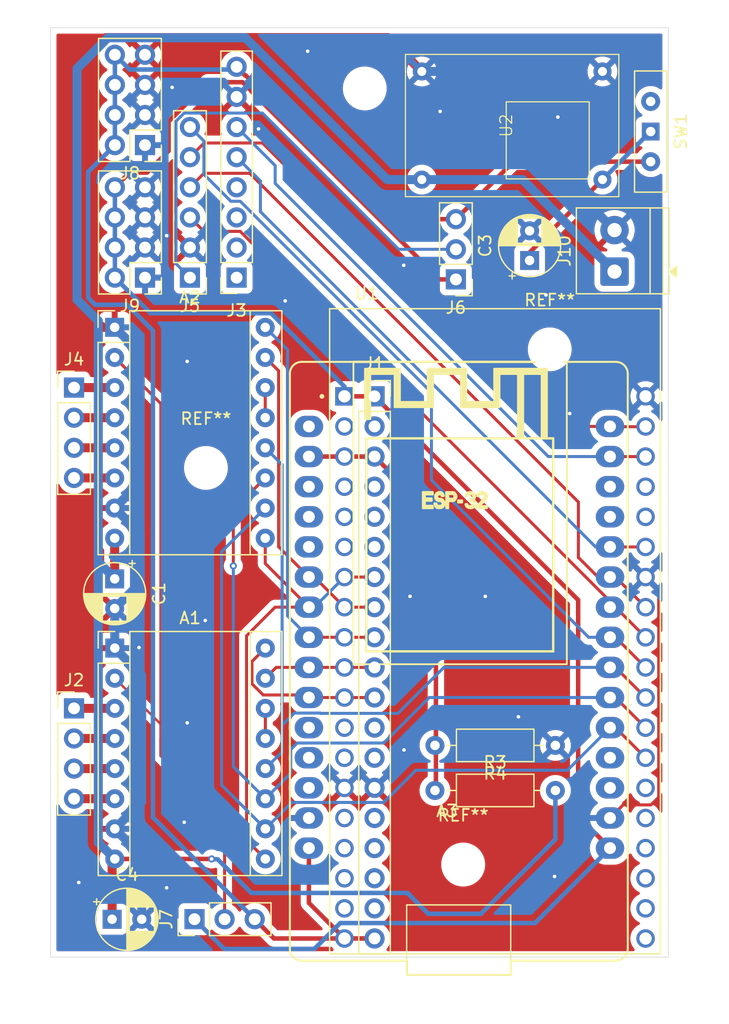
<source format=kicad_pcb>
(kicad_pcb (version 20241229) (generator "pcbnew") (generator_version "9.0")
  (layers (0 "F.Cu" signal) (2 "B.Cu" signal) (13 "F.Paste" user) (15 "B.Paste" user) (5 "F.SilkS" user "F.Silkscreen") (7 "B.SilkS" user "B.Silkscreen") (1 "F.Mask" user) (3 "B.Mask" user) (25 "Edge.Cuts" user))
  (net 0 "")
  (net 1 "MS2")
  (net 2 "Driver_Power")
  (net 3 "EN")
  (net 4 "GND")
  (net 5 "Net-(A1-~{RESET})")
  (net 6 "DIR2")
  (net 7 "Net-(A1-1B)")
  (net 8 "VCC")
  (net 9 "MS1")
  (net 10 "Net-(A1-1A)")
  (net 11 "MS3")
  (net 12 "Net-(A1-2B)")
  (net 13 "STEP2")
  (net 14 "Net-(A1-2A)")
  (net 15 "Net-(A2-~{RESET})")
  (net 16 "Net-(A2-2A)")
  (net 17 "Net-(A2-1A)")
  (net 18 "STEP1")
  (net 19 "DIR1")
  (net 20 "Net-(A2-2B)")
  (net 21 "Net-(A2-1B)")
  (net 23 "SCL")
  (net 24 "V_Sensor")
  (net 28 "+5V")
  (net 34 "SDA")
  (net 37 "+3.3V")
  (net 42 "CS")
  (net 43 "Net-(J5-Pad1)")
  (net 44 "SCK")
  (net 45 "MISO")
  (net 46 "MOSI")
  (net 47 "Net-(SW1-B)")
  (footprint "MountingHole:MountingHole_3.2mm_M3" (layer "F.Cu") (at 132.5 126.25)
    (property "Reference" "REF**")
    (property "Value" "MountingHole_3.2mm_M3")
  )
  (footprint "Resistor_THT:R_Axial_DIN0207_L6.3mm_D2.5mm_P10.16mm_Horizontal" (layer "F.Cu") (at 130.12 120)
    (property "Reference" "R3")
    (property "Value" "10k")
  )
  (footprint "Connector_PinHeader_2.54mm:PinHeader_2x04_P2.54mm_Vertical" (layer "F.Cu") (at 105.661142 76.754038 180)
    (property "Reference" "J9")
    (property "Value" "PINHD_2x4_Male")
  )
  (footprint "Button_Switch_THT:SW_Slide-03_Wuerth-WS-SLTV_10x2.5x6.4_P2.54mm" (layer "F.Cu") (at 148.315142 64.435038 -90)
    (property "Reference" "SW1")
    (property "Value" "SW_Wuerth_450301014042")
  )
  (footprint "TerminalBlock_Phoenix:TerminalBlock_Phoenix_PT-1,5-2-3.5-H_1x02_P3.50mm_Horizontal" (layer "F.Cu") (at 145.267142 76.246038 90)
    (property "Reference" "J10")
    (property "Value" "Screw_Terminal_2_P3.50mm")
  )
  (footprint "" (layer "F.Cu") (at 124.2 60.8)
    (property "Reference" "")
    (property "Value" "")
  )
  (footprint "Connector_PinHeader_2.54mm:PinHeader_1x06_P2.54mm_Vertical" (layer "F.Cu") (at 109.453142 76.754038 180)
    (property "Reference" "J5")
    (property "Value" "PINHD_1x6_Male")
  )
  (footprint "Connector_PinHeader_2.54mm:PinHeader_2x04_P2.54mm_Vertical" (layer "F.Cu") (at 105.661142 65.578038 180)
    (property "Reference" "J8")
    (property "Value" "PINHD_2x4_Male")
  )
  (footprint "Connector_PinSocket_2.54mm:PinSocket_1x19_P2.54mm_Vertical" (layer "F.Cu") (at 125.023342 86.761638)
    (property "Reference" "J1")
    (property "Value" "PINHD_1x19_Female")
  )
  (footprint "Connector_PinHeader_2.54mm:PinHeader_1x03_P2.54mm_Vertical" (layer "F.Cu") (at 131.886142 76.903038 180)
    (property "Reference" "J6")
    (property "Value" "PINHD_1x3_Male")
  )
  (footprint "Library:MODULE_ESP32-DEVKITC-32D" (layer "F.Cu") (at 135.186142 106.524038)
    (property "Reference" "U1")
    (property "Value" "ESP32-DEVKITC-32D")
  )
  (footprint "MountingHole:MountingHole_3.2mm_M3" (layer "F.Cu") (at 110.8 92.8)
    (property "Reference" "REF**")
    (property "Value" "MountingHole_3.2mm_M3")
  )
  (footprint "Connector_PinSocket_2.54mm:PinSocket_1x08_P2.54mm_Vertical" (layer "F.Cu") (at 113.390142 76.754038 180)
    (property "Reference" "J3")
    (property "Value" "PINHD_1x8_Female")
  )
  (footprint "Module:Pololu_Breakout-16_15.2x20.3mm" (layer "F.Cu") (at 103.113142 107.996038)
    (property "Reference" "A1")
    (property "Value" "Pololu_Breakout_A4988")
  )
  (footprint "Connector_PinHeader_2.54mm:PinHeader_1x04_P2.54mm_Vertical" (layer "F.Cu") (at 99.674142 113.076038)
    (property "Reference" "J2")
    (property "Value" "PINHD_1x4_Male")
  )
  (footprint "Module:Pololu_Breakout-16_15.2x20.3mm" (layer "F.Cu") (at 103.103142 80.945038)
    (property "Reference" "A2")
    (property "Value" "Pololu_Breakout_A4988")
  )
  (footprint "PCM_SL_Development_Boards:DOIT_ESP32_DEVKIT_30Pins" (layer "F.Cu") (at 144.886142 124.861638 180)
    (property "Reference" "A3")
    (property "Value" "ESP32_DevKit_V1_DOIT_30GPIOs")
  )
  (footprint "PCM_Capacitor_THT_AKL:CP_Radial_D5.0mm_P2.50mm" (layer "F.Cu") (at 138.104342 75.306238 90)
    (property "Reference" "C3")
    (property "Value" "470u" (hide yes))
  )
  (footprint "PCM_Capacitor_THT_AKL:CP_Radial_D5.0mm_P2.50mm" (layer "F.Cu") (at 103.103142 102.156814 -90)
    (property "Reference" "C1")
    (property "Value" "100u" (hide yes))
  )
  (footprint "PCM_Capacitor_THT_AKL:CP_Radial_D5.0mm_P2.50mm" (layer "F.Cu") (at 102.886142 130.863038)
    (property "Reference" "C4")
    (property "Value" "100u" (hide yes))
  )
  (footprint "Connector_PinHeader_2.54mm:PinHeader_1x03_P2.54mm_Vertical" (layer "F.Cu") (at 109.834142 130.856038 90)
    (property "Reference" "J7")
    (property "Value" "PINHD_1x3_Male")
  )
  (footprint "Library:mini360" (layer "F.Cu") (at 136.631142 63.927038 90)
    (property "Reference" "U2")
    (property "Value" "~")
  )
  (footprint "MountingHole:MountingHole_3.2mm_M3" (layer "F.Cu") (at 139.8 82.8)
    (property "Reference" "REF**")
    (property "Value" "MountingHole_3.2mm_M3")
  )
  (footprint "Connector_PinHeader_2.54mm:PinHeader_1x04_P2.54mm_Vertical" (layer "F.Cu") (at 99.674142 86.025038)
    (property "Reference" "J4")
    (property "Value" "PINHD_1x4_Male" (hide yes))
  )
  (footprint "Resistor_THT:R_Axial_DIN0207_L6.3mm_D2.5mm_P10.16mm_Horizontal" (layer "F.Cu") (at 140.28 116.2 180)
    (property "Reference" "R4")
    (property "Value" "2.4k")
  )
  (gr_rect (start 97.692942 55.675238) (end 149.801042 134.056438) (stroke (width 0.05)) (fill no) (layer "Edge.Cuts"))
  (segment (start 113.110742 96.337438) (end 115.803142 93.645038) (width 0.254) (layer "F.Cu") (net 1))
  (segment (start 147.886142 114.704038) (end 145.369142 112.187038) (width 0.254) (layer "F.Cu") (net 1))
  (segment (start 113.110742 101.061838) (end 113.110742 96.337438) (width 0.254) (layer "F.Cu") (net 1))
  (segment (start 145.369142 112.187038) (end 144.886142 112.187038) (width 0.254) (layer "F.Cu") (net 1))
  (via (at 113.110742 101.061838) (size 0.6) (drill 0.3) (layers "F.Cu" "B.Cu") (net 1))
  (segment (start 117.955542 116.544458) (end 118.5 116) (width 0.254) (layer "B.Cu") (net 1))
  (segment (start 115.813142 120.696038) (end 113.110742 117.993638) (width 0.254) (layer "B.Cu") (net 1))
  (segment (start 113.110742 117.993638) (end 113.110742 101.061838) (width 0.254) (layer "B.Cu") (net 1))
  (segment (start 113.212342 100.960238) (end 113.110742 101.061838) (width 0.254) (layer "B.Cu") (net 1))
  (segment (start 115.813142 120.696038) (end 117.955542 118.553638) (width 0.254) (layer "B.Cu") (net 1))
  (segment (start 129.638362 112.161638) (end 125.8 116) (width 0.254) (layer "B.Cu") (net 1))
  (segment (start 144.886142 112.161638) (end 129.638362 112.161638) (width 0.254) (layer "B.Cu") (net 1))
  (segment (start 118.5 116) (end 125.8 116) (width 0.254) (layer "B.Cu") (net 1))
  (segment (start 117.955542 118.553638) (end 117.955542 116.544458) (width 0.254) (layer "B.Cu") (net 1))
  (segment (start 107 114.2) (end 107 117.074496) (width 0.254) (layer "F.Cu") (net 2))
  (segment (start 107 114.422896) (end 107 115.56998) (width 0.2) (layer "F.Cu") (net 2))
  (segment (start 103.113142 110.536038) (end 107 114.422896) (width 0.2) (layer "F.Cu") (net 2))
  (segment (start 107 115.56998) (end 107 117.074496) (width 0.254) (layer "F.Cu") (net 2))
  (segment (start 103.103142 83.485038) (end 107 87.381896) (width 0.254) (layer "F.Cu") (net 2))
  (segment (start 107 87.381896) (end 107 114.2) (width 0.254) (layer "F.Cu") (net 2))
  (segment (start 107 117.074496) (end 112.374142 122.448638) (width 0.254) (layer "F.Cu") (net 2))
  (segment (start 107 114.2) (end 107 114.422896) (width 0.254) (layer "F.Cu") (net 2))
  (segment (start 112.374142 122.448638) (end 112.374142 130.856038) (width 0.254) (layer "F.Cu") (net 2))
  (segment (start 115.803142 100.858638) (end 115.803142 98.725038) (width 0.254) (layer "F.Cu") (net 3))
  (segment (start 114.230142 124.193038) (end 114.230142 106.952838) (width 0.254) (layer "F.Cu") (net 3))
  (segment (start 125.020942 102.004038) (end 125.023342 102.001638) (width 0.254) (layer "F.Cu") (net 3))
  (segment (start 116.641342 104.541638) (end 119.486142 104.541638) (width 0.254) (layer "F.Cu") (net 3))
  (segment (start 122.486142 102.004038) (end 125.020942 102.004038) (width 0.254) (layer "F.Cu") (net 3))
  (segment (start 119.486142 104.541638) (end 115.803142 100.858638) (width 0.254) (layer "F.Cu") (net 3))
  (segment (start 115.813142 125.776038) (end 114.230142 124.193038) (width 0.254) (layer "F.Cu") (net 3))
  (segment (start 114.230142 106.952838) (end 116.641342 104.541638) (width 0.254) (layer "F.Cu") (net 3))
  (segment (start 119.948542 104.541638) (end 122.486142 102.004038) (width 0.254) (layer "B.Cu") (net 3))
  (segment (start 119.486142 104.541638) (end 119.948542 104.541638) (width 0.254) (layer "B.Cu") (net 3))
  (segment (start 145.991742 121.216038) (end 144.886142 122.321638) (width 0.254) (layer "F.Cu") (net 4))
  (segment (start 147.886142 102.004038) (end 148.994142 103.112038) (width 0.254) (layer "F.Cu") (net 4))
  (segment (start 148.994142 120.566987) (end 148.345091 121.216038) (width 0.254) (layer "F.Cu") (net 4))
  (segment (start 99.978942 78.862238) (end 100.029742 78.811438) (width 0.762) (layer "F.Cu") (net 4))
  (segment (start 100.029742 78.811438) (end 100.029742 58.847038) (width 0.762) (layer "F.Cu") (net 4))
  (segment (start 126.154342 56.510238) (end 129.011142 59.367038) (width 0.762) (layer "F.Cu") (net 4))
  (segment (start 100.029742 58.847038) (end 102.366542 56.510238) (width 0.762) (layer "F.Cu") (net 4))
  (segment (start 102.366542 56.510238) (end 126.154342 56.510238) (width 0.762) (layer "F.Cu") (net 4))
  (segment (start 103.103142 80.945038) (end 102.061742 80.945038) (width 0.762) (layer "F.Cu") (net 4))
  (segment (start 102.061742 80.945038) (end 99.978942 78.862238) (width 0.762) (layer "F.Cu") (net 4))
  (segment (start 148.345091 121.216038) (end 145.991742 121.216038) (width 0.254) (layer "F.Cu") (net 4))
  (segment (start 148.994142 103.112038) (end 148.994142 120.566987) (width 0.254) (layer "F.Cu") (net 4))
  (via (at 140.208 127.254) (size 0.6) (drill 0.3) (layers "F.Cu" "B.Cu") (net 4))
  (via (at 117.486142 78.713038) (size 0.6) (drill 0.3) (layers "F.Cu" "B.Cu") (net 4))
  (via (at 140.486142 63.213038) (size 0.6) (drill 0.3) (layers "F.Cu" "B.Cu") (net 4))
  (via (at 107.486142 73.213038) (size 0.6) (drill 0.3) (layers "F.Cu" "B.Cu") (net 4))
  (via (at 139.486142 78.213038) (size 0.6) (drill 0.3) (layers "F.Cu" "B.Cu") (net 4))
  (via (at 107.95 60.706) (size 0.6) (drill 0.3) (layers "F.Cu" "B.Cu") (net 4))
  (via (at 100.076 127.762) (size 0.6) (drill 0.3) (layers "F.Cu" "B.Cu") (net 4))
  (via (at 110.744 105.664) (size 0.6) (drill 0.3) (layers "F.Cu" "B.Cu") (net 4))
  (via (at 115.236142 64.213038) (size 0.6) (drill 0.3) (layers "F.Cu" "B.Cu") (net 4))
  (via (at 107.486142 128.213038) (size 0.6) (drill 0.3) (layers "F.Cu" "B.Cu") (net 4))
  (via (at 134.366 103.632) (size 0.6) (drill 0.3) (layers "F.Cu" "B.Cu") (net 4))
  (via (at 109.22 83.82) (size 0.6) (drill 0.3) (layers "F.Cu" "B.Cu") (net 4))
  (via (at 105.156 107.95) (size 0.6) (drill 0.3) (layers "F.Cu" "B.Cu") (net 4))
  (via (at 127.508 116.586) (size 0.6) (drill 0.3) (layers "F.Cu" "B.Cu") (net 4))
  (via (at 108.966 122.682) (size 0.6) (drill 0.3) (layers "F.Cu" "B.Cu") (net 4))
  (via (at 130.556 62.738) (size 0.6) (drill 0.3) (layers "F.Cu" "B.Cu") (net 4))
  (via (at 141.486142 88.213038) (size 0.6) (drill 0.3) (layers "F.Cu" "B.Cu") (net 4))
  (via (at 109.22 114.3) (size 0.6) (drill 0.3) (layers "F.Cu" "B.Cu") (net 4))
  (via (at 128.016 103.632) (size 0.6) (drill 0.3) (layers "F.Cu" "B.Cu") (net 4))
  (via (at 127.486142 75.713038) (size 0.6) (drill 0.3) (layers "F.Cu" "B.Cu") (net 4))
  (via (at 137.16 113.792) (size 0.6) (drill 0.3) (layers "F.Cu" "B.Cu") (net 4))
  (via (at 119.38 57.658) (size 0.6) (drill 0.3) (layers "F.Cu" "B.Cu") (net 4))
  (segment (start 105.185942 94.102238) (end 105.185942 83.027838) (width 0.762) (layer "B.Cu") (net 4))
  (segment (start 105.262142 98.344038) (end 103.103142 96.185038) (width 0.762) (layer "B.Cu") (net 4))
  (segment (start 103.113142 104.666814) (end 103.103142 104.656814) (width 0.762) (layer "B.Cu") (net 4))
  (segment (start 105.185942 83.027838) (end 103.103142 80.945038) (width 0.762) (layer "B.Cu") (net 4))
  (segment (start 129.011142 59.367038) (end 131.888142 59.367038) (width 0.762) (layer "B.Cu") (net 4))
  (segment (start 103.103142 104.656814) (end 105.262142 102.497814) (width 0.762) (layer "B.Cu") (net 4))
  (segment (start 103.113142 107.996038) (end 103.113142 104.666814) (width 0.762) (layer "B.Cu") (net 4))
  (segment (start 131.888142 59.367038) (end 145.267142 72.746038) (width 0.762) (layer "B.Cu") (net 4))
  (segment (start 103.103142 96.185038) (end 105.185942 94.102238) (width 0.762) (layer "B.Cu") (net 4))
  (segment (start 105.386142 125.509038) (end 103.113142 123.236038) (width 0.762) (layer "B.Cu") (net 4))
  (segment (start 105.386142 110.269038) (end 103.113142 107.996038) (width 0.762) (layer "B.Cu") (net 4))
  (segment (start 103.113142 123.236038) (end 105.386142 120.963038) (width 0.762) (layer "B.Cu") (net 4))
  (segment (start 105.262142 102.497814) (end 105.262142 98.344038) (width 0.762) (layer "B.Cu") (net 4))
  (segment (start 105.386142 120.963038) (end 105.386142 110.269038) (width 0.762) (layer "B.Cu") (net 4))
  (segment (start 105.386142 130.863038) (end 105.386142 125.509038) (width 0.762) (layer "B.Cu") (net 4))
  (segment (start 115.813142 113.076038) (end 115.813142 115.616038) (width 0.254) (layer "F.Cu") (net 5))
  (segment (start 122.486142 112.164038) (end 119.488542 112.164038) (width 0.254) (layer "F.Cu") (net 6))
  (segment (start 114.685142 111.003271) (end 115.629909 111.948038) (width 0.254) (layer "F.Cu") (net 6))
  (segment (start 119.488542 112.164038) (end 119.486142 112.161638) (width 0.254) (layer "F.Cu") (net 6))
  (segment (start 125.020942 112.164038) (end 125.023342 112.161638) (width 0.254) (layer "F.Cu") (net 6))
  (segment (start 114.685142 109.124038) (end 114.685142 111.003271) (width 0.254) (layer "F.Cu") (net 6))
  (segment (start 115.813142 107.996038) (end 114.685142 109.124038) (width 0.254) (layer "F.Cu") (net 6))
  (segment (start 119.272542 111.948038) (end 119.486142 112.161638) (width 0.254) (layer "F.Cu") (net 6))
  (segment (start 115.629909 111.948038) (end 119.272542 111.948038) (width 0.254) (layer "F.Cu") (net 6))
  (segment (start 122.486142 112.164038) (end 125.020942 112.164038) (width 0.254) (layer "F.Cu") (net 6))
  (segment (start 103.113142 113.076038) (end 99.674142 113.076038) (width 0.762) (layer "F.Cu") (net 7))
  (segment (start 111.281942 125.776038) (end 103.113142 125.776038) (width 0.381) (layer "F.Cu") (net 8))
  (segment (start 102.886142 130.863038) (end 102.886142 126.003038) (width 0.762) (layer "F.Cu") (net 8))
  (segment (start 102.886142 126.003038) (end 103.113142 125.776038) (width 0.762) (layer "F.Cu") (net 8))
  (segment (start 103.103142 102.156814) (end 103.103142 98.725038) (width 0.762) (layer "F.Cu") (net 8))
  (via (at 111.281942 125.776038) (size 0.6) (drill 0.3) (layers "F.Cu" "B.Cu") (net 8))
  (segment (start 129.011142 68.487038) (end 137.508142 68.487038) (width 0.762) (layer "B.Cu") (net 8))
  (segment (start 140.28 120) (end 140.28 124.12) (width 0.381) (layer "B.Cu") (net 8))
  (segment (start 99.928142 78.608518) (end 99.928142 59.125884) (width 0.762) (layer "B.Cu") (net 8))
  (segment (start 101.721142 100.731638) (end 101.721142 80.401518) (width 0.762) (layer "B.Cu") (net 8))
  (segment (start 126.087038 68.487038) (end 129.011142 68.487038) (width 0.762) (layer "B.Cu") (net 8))
  (segment (start 101.721142 103.538814) (end 101.721142 100.731638) (width 0.762) (layer "B.Cu") (net 8))
  (segment (start 103.103142 102.156814) (end 103.103142 102.113638) (width 0.762) (layer "B.Cu") (net 8))
  (segment (start 129.556862 130.4) (end 127.8 128.643138) (width 0.381) (layer "B.Cu") (net 8))
  (segment (start 111.789942 125.801438) (end 111.307342 125.801438) (width 0.381) (layer "B.Cu") (net 8))
  (segment (start 103.113142 125.776038) (end 101.721142 124.384038) (width 0.762) (layer "B.Cu") (net 8))
  (segment (start 103.103142 102.113638) (end 101.721142 100.731638) (width 0.762) (layer "B.Cu") (net 8))
  (segment (start 111.307342 125.801438) (end 111.281942 125.776038) (width 0.381) (layer "B.Cu") (net 8))
  (segment (start 99.928142 59.125884) (end 102.527988 56.526038) (width 0.762) (layer "B.Cu") (net 8))
  (segment (start 137.508142 68.487038) (end 145.267142 76.246038) (width 0.762) (layer "B.Cu") (net 8))
  (segment (start 101.721142 124.384038) (end 101.721142 103.538814) (width 0.762) (layer "B.Cu") (net 8))
  (segment (start 102.527988 56.526038) (end 114.126038 56.526038) (width 0.762) (layer "B.Cu") (net 8))
  (segment (start 134 130.4) (end 129.556862 130.4) (width 0.381) (layer "B.Cu") (net 8))
  (segment (start 114.126038 56.526038) (end 126.087038 68.487038) (width 0.762) (layer "B.Cu") (net 8))
  (segment (start 101.721142 80.401518) (end 99.928142 78.608518) (width 0.762) (layer "B.Cu") (net 8))
  (segment (start 140.28 124.12) (end 134 130.4) (width 0.381) (layer "B.Cu") (net 8))
  (segment (start 127.8 128.643138) (end 114.631642 128.643138) (width 0.381) (layer "B.Cu") (net 8))
  (segment (start 114.631642 128.643138) (end 111.789942 125.801438) (width 0.381) (layer "B.Cu") (net 8))
  (segment (start 145.369142 114.727038) (end 144.886142 114.727038) (width 0.254) (layer "F.Cu") (net 9))
  (segment (start 147.886142 117.244038) (end 145.369142 114.727038) (width 0.254) (layer "F.Cu") (net 9))
  (segment (start 141.29389 118.29389) (end 144.886142 114.701638) (width 0.254) (layer "B.Cu") (net 9))
  (segment (start 115.803142 96.185038) (end 112.120142 99.868038) (width 0.254) (layer "B.Cu") (net 9))
  (segment (start 112.120142 119.543038) (end 115.813142 123.236038) (width 0.254) (layer "B.Cu") (net 9))
  (segment (start 115.813142 123.236038) (end 118.039542 121.009638) (width 0.254) (layer "B.Cu") (net 9))
  (segment (start 118.039542 121.009638) (end 125.8 121.009638) (width 0.254) (layer "B.Cu") (net 9))
  (segment (start 141.29389 118.29389) (end 128.515748 118.29389) (width 0.254) (layer "B.Cu") (net 9))
  (segment (start 112.120142 99.868038) (end 112.120142 119.543038) (width 0.254) (layer "B.Cu") (net 9))
  (segment (start 128.515748 118.29389) (end 125.8 121.009638) (width 0.254) (layer "B.Cu") (net 9))
  (segment (start 99.674142 115.616038) (end 103.113142 115.616038) (width 0.762) (layer "F.Cu") (net 10))
  (segment (start 145.369142 109.647038) (end 144.886142 109.647038) (width 0.254) (layer "F.Cu") (net 11))
  (segment (start 147.886142 112.164038) (end 145.369142 109.647038) (width 0.254) (layer "F.Cu") (net 11))
  (segment (start 115.813142 118.156038) (end 117.227742 116.741438) (width 0.254) (layer "B.Cu") (net 11))
  (segment (start 117.227742 114.5) (end 117.227742 92.529638) (width 0.254) (layer "B.Cu") (net 11))
  (segment (start 117.227742 116.741438) (end 117.227742 114.5) (width 0.254) (layer "B.Cu") (net 11))
  (segment (start 120.46918 113.5) (end 127 113.5) (width 0.254) (layer "B.Cu") (net 11))
  (segment (start 117.227742 92.529638) (end 115.803142 91.105038) (width 0.254) (layer "B.Cu") (net 11))
  (segment (start 118.254104 113.473638) (end 120.442818 113.473638) (width 0.254) (layer "B.Cu") (net 11))
  (segment (start 127 113.5) (end 130.878362 109.621638) (width 0.254) (layer "B.Cu") (net 11))
  (segment (start 130.878362 109.621638) (end 144.886142 109.621638) (width 0.254) (layer "B.Cu") (net 11))
  (segment (start 117.227742 114.5) (end 118.254104 113.473638) (width 0.254) (layer "B.Cu") (net 11))
  (segment (start 120.442818 113.473638) (end 120.46918 113.5) (width 0.254) (layer "B.Cu") (net 11))
  (segment (start 103.113142 120.696038) (end 99.674142 120.696038) (width 0.762) (layer "F.Cu") (net 12))
  (segment (start 122.381742 109.621638) (end 119.486142 109.621638) (width 0.254) (layer "F.Cu") (net 13))
  (segment (start 122.486142 109.624038) (end 125.020942 109.624038) (width 0.254) (layer "F.Cu") (net 13))
  (segment (start 116.727542 109.621638) (end 115.813142 110.536038) (width 0.254) (layer "F.Cu") (net 13))
  (segment (start 122.384142 109.624038) (end 122.381742 109.621638) (width 0.254) (layer "F.Cu") (net 13))
  (segment (start 125.020942 109.624038) (end 125.023342 109.621638) (width 0.254) (layer "F.Cu") (net 13))
  (segment (start 119.486142 109.621638) (end 116.727542 109.621638) (width 0.254) (layer "F.Cu") (net 13))
  (segment (start 122.486142 109.624038) (end 122.384142 109.624038) (width 0.254) (layer "F.Cu") (net 13))
  (segment (start 103.113142 118.156038) (end 99.674142 118.156038) (width 0.762) (layer "F.Cu") (net 14))
  (segment (start 115.803142 88.565038) (end 115.803142 86.025038) (width 0.254) (layer "F.Cu") (net 15))
  (segment (start 103.103142 91.105038) (end 99.674142 91.105038) (width 0.762) (layer "F.Cu") (net 16))
  (segment (start 99.674142 88.565038) (end 103.103142 88.565038) (width 0.762) (layer "F.Cu") (net 17))
  (segment (start 122.486142 104.544038) (end 125.020942 104.544038) (width 0.254) (layer "F.Cu") (net 18))
  (segment (start 119.943742 102.001638) (end 122.486142 104.544038) (width 0.254) (layer "F.Cu") (net 18))
  (segment (start 125.020942 104.544038) (end 125.023342 104.541638) (width 0.254) (layer "F.Cu") (net 18))
  (segment (start 116.931142 99.446638) (end 116.931142 84.613038) (width 0.254) (layer "F.Cu") (net 18))
  (segment (start 119.486142 102.001638) (end 119.943742 102.001638) (width 0.254) (layer "F.Cu") (net 18))
  (segment (start 119.486142 102.001638) (end 116.931142 99.446638) (width 0.254) (layer "F.Cu") (net 18))
  (segment (start 116.931142 84.613038) (end 115.803142 83.485038) (width 0.254) (layer "F.Cu") (net 18))
  (segment (start 119.486142 107.081638) (end 122.483742 107.081638) (width 0.254) (layer "F.Cu") (net 19))
  (segment (start 122.483742 107.081638) (end 122.486142 107.084038) (width 0.254) (layer "F.Cu") (net 19))
  (segment (start 122.486142 107.084038) (end 125.020942 107.084038) (width 0.254) (layer "F.Cu") (net 19))
  (segment (start 125.020942 107.084038) (end 125.023342 107.081638) (width 0.254) (layer "F.Cu") (net 19))
  (segment (start 115.803142 80.945038) (end 117.682742 82.824638) (width 0.254) (layer "B.Cu") (net 19))
  (segment (start 117.682742 82.824638) (end 117.682742 105.278238) (width 0.254) (layer "B.Cu") (net 19))
  (segment (start 117.682742 105.278238) (end 119.486142 107.081638) (width 0.254) (layer "B.Cu") (net 19))
  (segment (start 99.674142 93.645038) (end 103.103142 93.645038) (width 0.762) (layer "F.Cu") (net 20))
  (segment (start 103.103142 86.025038) (end 99.674142 86.025038) (width 0.762) (layer "F.Cu") (net 21))
  (segment (start 147.886142 91.844038) (end 144.909142 91.844038) (width 0.254) (layer "F.Cu") (net 23))
  (segment (start 144.909142 91.844038) (end 144.886142 91.867038) (width 0.254) (layer "F.Cu") (net 23))
  (segment (start 116.641342 67.305238) (end 116.641342 68.803838) (width 0.254) (layer "B.Cu") (net 23))
  (segment (start 113.390142 64.054038) (end 116.641342 67.305238) (width 0.254) (layer "B.Cu") (net 23))
  (segment (start 116.641342 68.803838) (end 139.679142 91.841638) (width 0.254) (layer "B.Cu") (net 23))
  (segment (start 139.679142 91.841638) (end 144.886142 91.841638) (width 0.254) (layer "B.Cu") (net 23))
  (segment (start 122.486142 91.844038) (end 119.488542 91.844038) (width 0.381) (layer "F.Cu") (net 24))
  (segment (start 130.12 120) (end 130.2 119.92) (width 0.381) (layer "F.Cu") (net 24))
  (segment (start 125.020942 91.844038) (end 125.023342 91.841638) (width 0.381) (layer "F.Cu") (net 24))
  (segment (start 119.488542 91.844038) (end 119.486142 91.841638) (width 0.381) (layer "F.Cu") (net 24))
  (segment (start 130.2 119.92) (end 130.2 97.018296) (width 0.381) (layer "F.Cu") (net 24))
  (segment (start 122.488542 91.841638) (end 122.486142 91.844038) (width 0.254) (layer "F.Cu") (net 24))
  (segment (start 122.486142 91.844038) (end 125.020942 91.844038) (width 0.381) (layer "F.Cu") (net 24))
  (segment (start 130.2 97.018296) (end 125.023342 91.841638) (width 0.381) (layer "F.Cu") (net 24))
  (segment (start 115.213642 60.79057) (end 115.213642 60.758719) (width 0.381) (layer "F.Cu") (net 28))
  (segment (start 122.488542 132.481638) (end 122.486142 132.484038) (width 0.381) (layer "F.Cu") (net 28))
  (segment (start 114.090538 59.690538) (end 113.390142 58.990142) (width 0.381) (layer "F.Cu") (net 28))
  (segment (start 115.213642 60.758719) (end 114.145461 59.690538) (width 0.381) (layer "F.Cu") (net 28))
  (segment (start 122.486142 132.484038) (end 116.542142 132.484038) (width 0.381) (layer "F.Cu") (net 28))
  (segment (start 119.486142 129.484038) (end 119.486142 124.887038) (width 0.381) (layer "F.Cu") (net 28))
  (segment (start 122.486142 132.484038) (end 119.486142 129.484038) (width 0.381) (layer "F.Cu") (net 28))
  (segment (start 114.145461 59.690538) (end 114.090538 59.690538) (width 0.381) (layer "F.Cu") (net 28))
  (segment (start 126.24611 71.823038) (end 115.213642 60.79057) (width 0.381) (layer "F.Cu") (net 28))
  (segment (start 116.542142 132.484038) (end 114.914142 130.856038) (width 0.381) (layer "F.Cu") (net 28))
  (segment (start 125.023342 132.481638) (end 122.488542 132.481638) (width 0.381) (layer "F.Cu") (net 28))
  (segment (start 136.734142 66.975038) (end 131.886142 71.823038) (width 0.381) (layer "F.Cu") (net 28))
  (segment (start 113.390142 58.990142) (end 113.390142 58.974038) (width 0.381) (layer "F.Cu") (net 28))
  (segment (start 131.886142 71.823038) (end 126.24611 71.823038) (width 0.381) (layer "F.Cu") (net 28))
  (segment (start 148.315142 66.975038) (end 136.734142 66.975038) (width 0.381) (layer "F.Cu") (net 28))
  (segment (start 100.867942 78.455838) (end 100.867942 67.831238) (width 0.381) (layer "B.Cu") (net 28))
  (segment (start 113.390142 58.974038) (end 113.161542 59.202638) (width 0.381) (layer "B.Cu") (net 28))
  (segment (start 104.365742 59.202638) (end 103.121142 57.958038) (width 0.381) (layer "B.Cu") (net 28))
  (segment (start 104.144542 79.040038) (end 101.452142 79.040038) (width 0.381) (layer "B.Cu") (net 28))
  (segment (start 114.914142 130.856038) (end 106.328942 122.270838) (width 0.381) (layer "B.Cu") (net 28))
  (segment (start 113.161542 59.202638) (end 104.365742 59.202638) (width 0.381) (layer "B.Cu") (net 28))
  (segment (start 101.452142 79.040038) (end 100.867942 78.455838) (width 0.381) (layer "B.Cu") (net 28))
  (segment (start 106.328942 81.224438) (end 104.144542 79.040038) (width 0.381) (layer "B.Cu") (net 28))
  (segment (start 103.121142 65.578038) (end 103.121142 57.958038) (width 0.381) (layer "B.Cu") (net 28))
  (segment (start 100.867942 67.831238) (end 103.121142 65.578038) (width 0.381) (layer "B.Cu") (net 28))
  (segment (start 106.328942 122.270838) (end 106.328942 81.224438) (width 0.381) (layer "B.Cu") (net 28))
  (segment (start 147.886142 99.464038) (end 144.909142 99.464038) (width 0.254) (layer "F.Cu") (net 34))
  (segment (start 144.909142 99.464038) (end 144.886142 99.487038) (width 0.254) (layer "F.Cu") (net 34))
  (segment (start 115.396742 68.600638) (end 115.396742 71.191438) (width 0.254) (layer "B.Cu") (net 34))
  (segment (start 113.390142 66.594038) (end 115.396742 68.600638) (width 0.254) (layer "B.Cu") (net 34))
  (segment (start 143.666942 99.461638) (end 144.886142 99.461638) (width 0.254) (layer "B.Cu") (net 34))
  (segment (start 115.396742 71.191438) (end 143.666942 99.461638) (width 0.254) (layer "B.Cu") (net 34))
  (segment (start 125.020942 86.764038) (end 125.023342 86.761638) (width 0.381) (layer "F.Cu") (net 37))
  (segment (start 114.631642 60.999791) (end 113.904389 60.272538) (width 0.381) (layer "F.Cu") (net 37))
  (segment (start 122.486142 86.764038) (end 125.020942 86.764038) (width 0.381) (layer "F.Cu") (net 37))
  (segment (start 104.362642 67.892538) (end 103.121142 69.134038) (width 0.381) (layer "F.Cu") (net 37))
  (segment (start 113.904389 60.272538) (end 110.966642 60.272538) (width 0.381) (layer "F.Cu") (net 37))
  (segment (start 105.829642 67.892538) (end 104.362642 67.892538) (width 0.381) (layer "F.Cu") (net 37))
  (segment (start 144.886142 124.861638) (end 144.886142 124.836238) (width 0.381) (layer "F.Cu") (net 37))
  (segment (start 131.886142 76.903038) (end 130.503038 76.903038) (width 0.381) (layer "F.Cu") (net 37))
  (segment (start 107.649742 63.589438) (end 107.649742 66.072438) (width 0.381) (layer "F.Cu") (net 37))
  (segment (start 110.966642 60.272538) (end 107.649742 63.589438) (width 0.381) (layer "F.Cu") (net 37))
  (segment (start 142.2 103.938296) (end 142.2 122.175496) (width 0.381) (layer "F.Cu") (net 37))
  (segment (start 114.631642 61.031642) (end 114.631642 60.999791) (width 0.381) (layer "F.Cu") (net 37))
  (segment (start 130.503038 76.903038) (end 114.631642 61.031642) (width 0.381) (layer "F.Cu") (net 37))
  (segment (start 125.023342 86.761638) (end 142.2 103.938296) (width 0.381) (layer "F.Cu") (net 37))
  (segment (start 107.649742 66.072438) (end 105.829642 67.892538) (width 0.381) (layer "F.Cu") (net 37))
  (segment (start 142.2 122.175496) (end 144.886142 124.861638) (width 0.381) (layer "F.Cu") (net 37))
  (segment (start 103.121142 76.754038) (end 106.120642 79.753538) (width 0.381) (layer "B.Cu") (net 37))
  (segment (start 122.486142 85.943002) (end 122.486142 86.764038) (width 0.381) (layer "B.Cu") (net 37))
  (segment (start 116.296678 79.753538) (end 122.486142 85.943002) (width 0.381) (layer "B.Cu") (net 37))
  (segment (start 103.121142 76.754038) (end 103.121142 69.134038) (width 0.381) (layer "B.Cu") (net 37))
  (segment (start 112.343042 133.364938) (end 119.94849 133.364938) (width 0.381) (layer "B.Cu") (net 37))
  (segment (start 106.120642 79.753538) (end 116.296678 79.753538) (width 0.381) (layer "B.Cu") (net 37))
  (segment (start 122.13029 131.183138) (end 138.564642 131.183138) (width 0.381) (layer "B.Cu") (net 37))
  (segment (start 138.564642 131.183138) (end 144.886142 124.861638) (width 0.381) (layer "B.Cu") (net 37))
  (segment (start 109.834142 130.856038) (end 112.343042 133.364938) (width 0.381) (layer "B.Cu") (net 37))
  (segment (start 119.94849 133.364938) (end 122.13029 131.183138) (width 0.381) (layer "B.Cu") (net 37))
  (segment (start 145.369142 107.107038) (end 144.886142 107.107038) (width 0.254) (layer "F.Cu") (net 42))
  (segment (start 147.886142 109.624038) (end 145.369142 107.107038) (width 0.254) (layer "F.Cu") (net 42))
  (segment (start 112.902198 70.312038) (end 110.631142 68.040982) (width 0.254) (layer "B.Cu") (net 42))
  (segment (start 129.823942 86.441894) (end 113.694086 70.312038) (width 0.254) (layer "B.Cu") (net 42))
  (segment (start 129.823942 93.823942) (end 129.823942 86.441894) (width 0.254) (layer "B.Cu") (net 42))
  (segment (start 143.081638 107.081638) (end 129.823942 93.823942) (width 0.254) (layer "B.Cu") (net 42))
  (segment (start 110.631142 65.232038) (end 109.453142 64.054038) (width 0.254) (layer "B.Cu") (net 42))
  (segment (start 144.886142 107.081638) (end 143.081638 107.081638) (width 0.254) (layer "B.Cu") (net 42))
  (segment (start 113.694086 70.312038) (end 112.902198 70.312038) (width 0.254) (layer "B.Cu") (net 42))
  (segment (start 110.631142 68.040982) (end 110.631142 65.232038) (width 0.254) (layer "B.Cu") (net 42))
  (segment (start 108.275142 63.566094) (end 108.965198 62.876038) (width 0.254) (layer "B.Cu") (net 43))
  (segment (start 108.275142 75.576038) (end 108.275142 63.566094) (width 0.254) (layer "B.Cu") (net 43))
  (segment (start 108.965198 62.876038) (end 115.564942 62.876038) (width 0.254) (layer "B.Cu") (net 43))
  (segment (start 109.453142 76.754038) (end 108.275142 75.576038) (width 0.254) (layer "B.Cu") (net 43))
  (segment (start 115.564942 62.876038) (end 127.051942 74.363038) (width 0.254) (layer "B.Cu") (net 43))
  (segment (start 127.051942 74.363038) (end 131.886142 74.363038) (width 0.254) (layer "B.Cu") (net 43))
  (segment (start 147.886142 107.084038) (end 145.369142 104.567038) (width 0.254) (layer "F.Cu") (net 44))
  (segment (start 113.694086 72.852038) (end 144.886142 104.044094) (width 0.254) (layer "F.Cu") (net 44))
  (segment (start 144.886142 104.044094) (end 144.886142 104.541638) (width 0.254) (layer "F.Cu") (net 44))
  (segment (start 109.453142 71.674038) (end 110.631142 72.852038) (width 0.254) (layer "F.Cu") (net 44))
  (segment (start 110.631142 72.852038) (end 113.694086 72.852038) (width 0.254) (layer "F.Cu") (net 44))
  (segment (start 145.369142 104.567038) (end 144.886142 104.567038) (width 0.254) (layer "F.Cu") (net 44))
  (segment (start 145.369142 102.027038) (end 144.886142 102.027038) (width 0.254) (layer "F.Cu") (net 45))
  (segment (start 142.219142 100.376038) (end 142.244542 100.376038) (width 0.254) (layer "F.Cu") (net 45))
  (segment (start 114.498142 67.956038) (end 142.219142 95.677038) (width 0.254) (layer "F.Cu") (net 45))
  (segment (start 142.219142 95.677038) (end 142.219142 100.376038) (width 0.254) (layer "F.Cu") (net 45))
  (segment (start 147.886142 104.544038) (end 145.369142 102.027038) (width 0.254) (layer "F.Cu") (net 45))
  (segment (start 143.870142 102.001638) (end 144.886142 102.001638) (width 0.254) (layer "F.Cu") (net 45))
  (segment (start 142.244542 100.376038) (end 143.870142 102.001638) (width 0.254) (layer "F.Cu") (net 45))
  (segment (start 110.631142 67.956038) (end 114.498142 67.956038) (width 0.254) (layer "F.Cu") (net 45))
  (segment (start 109.453142 69.134038) (end 110.631142 67.956038) (width 0.254) (layer "F.Cu") (net 45))
  (segment (start 139.475942 89.301638) (end 115.574542 65.400238) (width 0.254) (layer "F.Cu") (net 46))
  (segment (start 144.886142 89.301638) (end 139.475942 89.301638) (width 0.254) (layer "F.Cu") (net 46))
  (segment (start 110.646942 65.400238) (end 109.453142 66.594038) (width 0.254) (layer "F.Cu") (net 46))
  (segment (start 144.886142 89.327038) (end 147.863142 89.327038) (width 0.254) (layer "F.Cu") (net 46))
  (segment (start 147.863142 89.327038) (end 147.886142 89.304038) (width 0.254) (layer "F.Cu") (net 46))
  (segment (start 115.574542 65.400238) (end 110.646942 65.400238) (width 0.254) (layer "F.Cu") (net 46))
  (segment (start 148.315142 64.435038) (end 148.303142 64.435038) (width 0.381) (layer "F.Cu") (net 47))
  (segment (start 138.104342 75.306238) (end 138.104342 74.633838) (width 0.381) (layer "F.Cu") (net 47))
  (segment (start 138.104342 74.633838) (end 144.251142 68.487038) (width 0.381) (layer "F.Cu") (net 47))
  (segment (start 148.303142 64.435038) (end 148.315142 64.435038) (width 0.381) (layer "B.Cu") (net 47))
  (segment (start 144.251142 68.487038) (end 148.303142 64.435038) (width 0.381) (layer "B.Cu") (net 47))
  (zone (net 4) (net_name "GND") (layers "F.Cu" "B.Cu") (connect_pads (clearance 0.5)) (min_thickness 0.25) (fill yes (thermal_gap 0.5) (thermal_bridge_width 0.5))
    (polygon (pts (xy 93.98 53.34) (xy 154.94 53.34) (xy 154.94 139.7) (xy 93.98 139.7)))
  )
)
</source>
